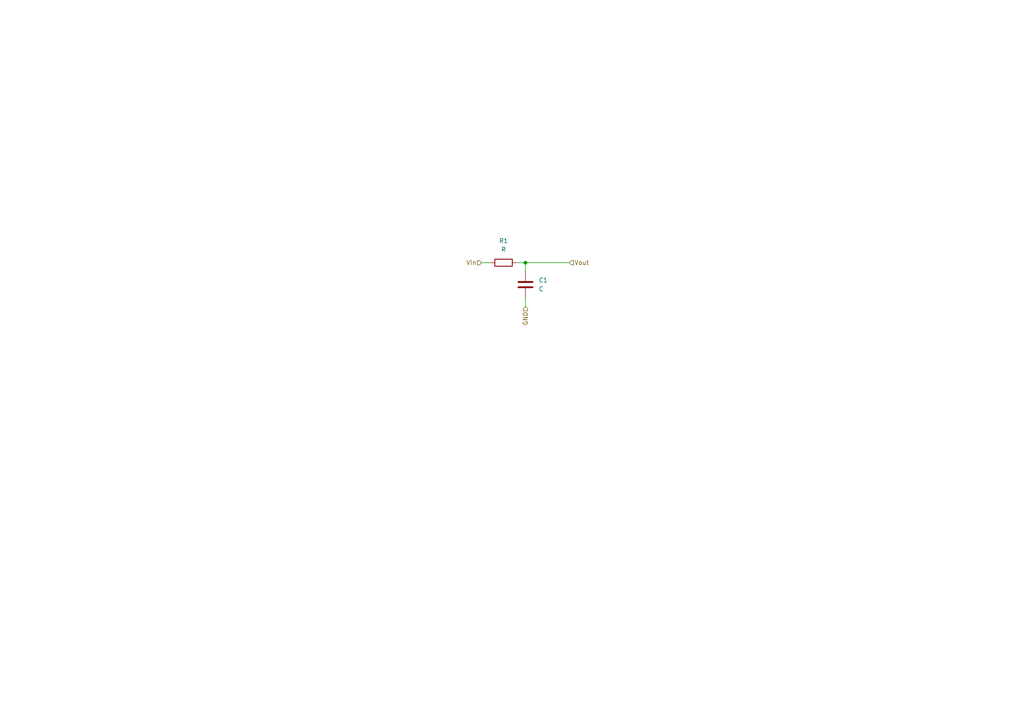
<source format=kicad_sch>
(kicad_sch (version 20250114) (generator "eeschema") (generator_version "9.0")
  (paper "A4")
  (lib_symbols
    (symbol "Device:C" (pin_numbers (hide yes)) (pin_names (offset 0.254))
      (property "Reference" "C" (at 0.635 2.54 0))
      (property "Value" "C" (at 0.635 -2.54 0))
      (symbol "C_0_1"
        (polyline (pts (xy -2.032 0.762) (xy 2.032 0.762)) (stroke (width 0.508)))
        (polyline (pts (xy -2.032 -0.762) (xy 2.032 -0.762)) (stroke (width 0.508)))
      )
      (symbol "C_1_1"
        (pin passive line (at 0 3.81 270) (length 2.794) (name "~") (number "1"))
        (pin passive line (at 0 -3.81 90) (length 2.794) (name "~") (number "2"))
      )
    )
    (symbol "Device:R" (pin_numbers (hide yes)) (pin_names (offset 0))
      (property "Reference" "R" (at 2.032 0 90))
      (property "Value" "R" (at 0 0 90))
      (symbol "R_0_1"
        (rectangle (start -1.016 -2.54) (end 1.016 2.54) (stroke (width 0.254)))
      )
      (symbol "R_1_1"
        (pin passive line (at 0 3.81 270) (length 1.27) (name "~") (number "1"))
        (pin passive line (at 0 -3.81 90) (length 1.27) (name "~") (number "2"))
      )
    )
  )
  (junction (at 152.4 76.2))
  (wire (pts (xy 152.4 86.36) (xy 152.4 88.9)))
  (wire (pts (xy 152.4 76.2) (xy 165.1 76.2)))
  (wire (pts (xy 139.7 76.2) (xy 142.24 76.2)))
  (wire (pts (xy 152.4 76.2) (xy 152.4 78.74)))
  (wire (pts (xy 149.86 76.2) (xy 152.4 76.2)))
  (hierarchical_label "GND" (shape input) (at 152.4 88.9 270))
  (hierarchical_label "Vin" (shape input) (at 139.7 76.2 180))
  (hierarchical_label "Vout" (shape input) (at 165.1 76.2 0))
  (symbol (lib_id "Device:C") (at 152.4 82.55 0) (unit 1)
    (property "Reference" "C1" (at 156.21 81.2799 0) (effects (justify left)))
    (property "Value" "C" (at 156.21 83.8199 0) (effects (justify left)))
    (property "Footprint" "Capacitor_SMD:CP_Elec_3x5.3" (effects (hide yes)))
    (property "Description" "Unpolarized capacitor" (effects (hide yes)))
  )
  (symbol (lib_id "Device:R") (at 146.05 76.2 90) (unit 1)
    (property "Reference" "R1" (at 146.05 69.85 90))
    (property "Value" "R" (at 146.05 72.39 90))
    (property "Footprint" "Resistor_SMD:R_0201_0603Metric_Pad0.64x0.40mm_HandSolder" (effects (hide yes)))
    (property "Description" "Resistor" (effects (hide yes)))
  )
)
</source>
